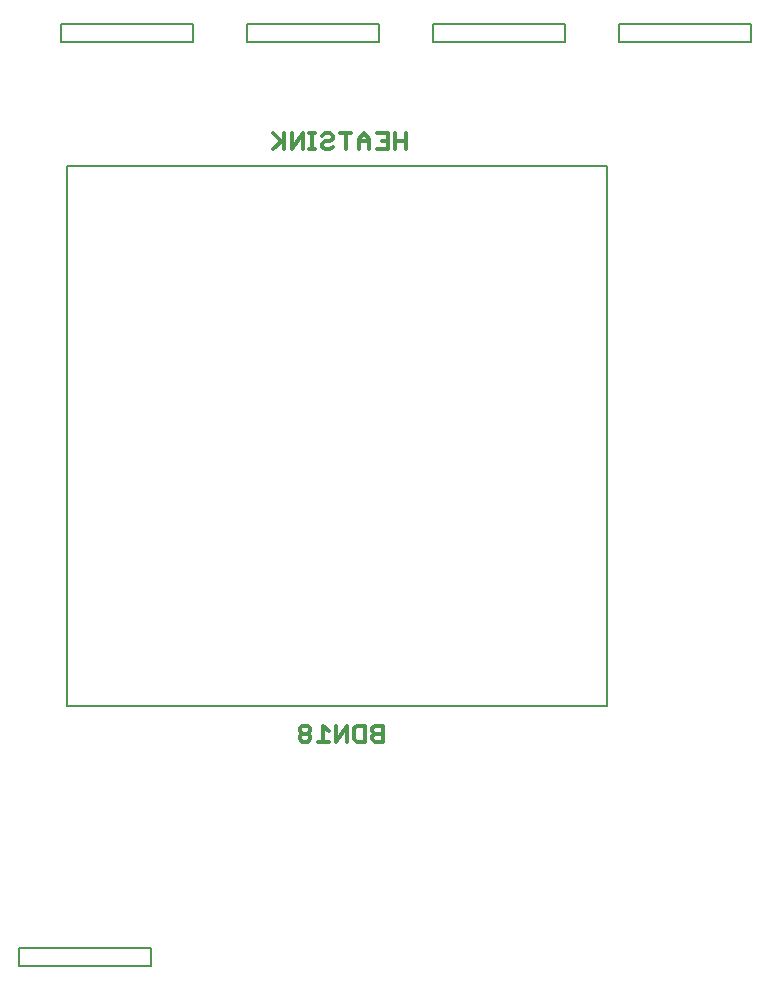
<source format=gbo>
G75*
G70*
%OFA0B0*%
%FSLAX24Y24*%
%IPPOS*%
%LPD*%
%AMOC8*
5,1,8,0,0,1.08239X$1,22.5*
%
%ADD10C,0.0050*%
%ADD11C,0.0060*%
%ADD12C,0.0120*%
D10*
X028793Y000600D02*
X033193Y000600D01*
X033193Y001200D01*
X028793Y001200D01*
X028793Y000600D01*
X030193Y031400D02*
X030193Y032000D01*
X034593Y032000D01*
X034593Y031400D01*
X030193Y031400D01*
X036393Y031400D02*
X036393Y032000D01*
X040793Y032000D01*
X040793Y031400D01*
X036393Y031400D01*
X042593Y031400D02*
X042593Y032000D01*
X046993Y032000D01*
X046993Y031400D01*
X042593Y031400D01*
X048793Y031400D02*
X048793Y032000D01*
X053193Y032000D01*
X053193Y031400D01*
X048793Y031400D01*
D11*
X048393Y027250D02*
X030393Y027250D01*
X030393Y009250D01*
X048393Y009250D01*
X048393Y027250D01*
D12*
X041683Y027810D02*
X041683Y028350D01*
X041683Y028080D02*
X041323Y028080D01*
X041076Y028080D02*
X040895Y028080D01*
X040715Y027810D02*
X041076Y027810D01*
X041076Y028350D01*
X040715Y028350D01*
X040468Y028170D02*
X040288Y028350D01*
X040108Y028170D01*
X040108Y027810D01*
X040108Y028080D02*
X040468Y028080D01*
X040468Y028170D02*
X040468Y027810D01*
X039680Y027810D02*
X039680Y028350D01*
X039860Y028350D02*
X039500Y028350D01*
X039252Y028260D02*
X039162Y028350D01*
X038982Y028350D01*
X038892Y028260D01*
X038982Y028080D02*
X038892Y027990D01*
X038892Y027900D01*
X038982Y027810D01*
X039162Y027810D01*
X039252Y027900D01*
X039162Y028080D02*
X038982Y028080D01*
X039162Y028080D02*
X039252Y028170D01*
X039252Y028260D01*
X038645Y028350D02*
X038465Y028350D01*
X038555Y028350D02*
X038555Y027810D01*
X038645Y027810D02*
X038465Y027810D01*
X038240Y027810D02*
X038240Y028350D01*
X037879Y027810D01*
X037879Y028350D01*
X037632Y028350D02*
X037632Y027810D01*
X037632Y027990D02*
X037272Y028350D01*
X037542Y028080D02*
X037272Y027810D01*
X041323Y027810D02*
X041323Y028350D01*
X040933Y008600D02*
X040663Y008600D01*
X040573Y008510D01*
X040573Y008420D01*
X040663Y008330D01*
X040933Y008330D01*
X040663Y008330D02*
X040573Y008240D01*
X040573Y008150D01*
X040663Y008060D01*
X040933Y008060D01*
X040933Y008600D01*
X040326Y008600D02*
X040055Y008600D01*
X039965Y008510D01*
X039965Y008150D01*
X040055Y008060D01*
X040326Y008060D01*
X040326Y008600D01*
X039718Y008600D02*
X039358Y008060D01*
X039358Y008600D01*
X039110Y008420D02*
X038930Y008600D01*
X038930Y008060D01*
X039110Y008060D02*
X038750Y008060D01*
X038502Y008150D02*
X038502Y008240D01*
X038412Y008330D01*
X038232Y008330D01*
X038142Y008240D01*
X038142Y008150D01*
X038232Y008060D01*
X038412Y008060D01*
X038502Y008150D01*
X038412Y008330D02*
X038502Y008420D01*
X038502Y008510D01*
X038412Y008600D01*
X038232Y008600D01*
X038142Y008510D01*
X038142Y008420D01*
X038232Y008330D01*
X039718Y008060D02*
X039718Y008600D01*
M02*

</source>
